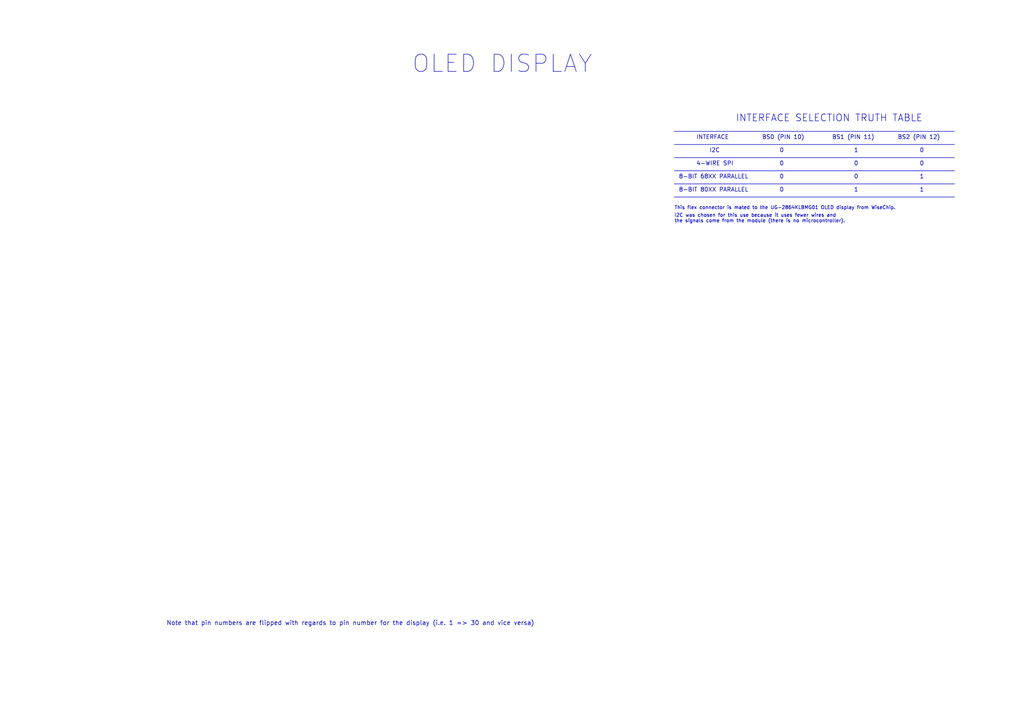
<source format=kicad_sch>
(kicad_sch (version 20230121) (generator eeschema)
  (paper "A4")
  (title_block (title "Open Source Educational Baseboard") (date "2020-06-30") (rev "1.1") (company "NVIDIA"))
  (lib_symbols)
  (polyline (pts (xy 195.58 49.53) (xy 276.86 49.53)) (stroke (width 0) (type solid)))
  (polyline (pts (xy 195.58 57.15) (xy 276.86 57.15)) (stroke (width 0) (type solid)))
  (polyline (pts (xy 195.58 45.72) (xy 276.86 45.72)) (stroke (width 0) (type solid)))
  (polyline (pts (xy 195.58 41.91) (xy 276.86 41.91)) (stroke (width 0) (type solid)))
  (polyline (pts (xy 195.58 53.34) (xy 276.86 53.34)) (stroke (width 0) (type solid)))
  (polyline (pts (xy 195.58 38.1) (xy 276.86 38.1)) (stroke (width 0) (type solid)))
  (text "0\n" (at 266.7 48.26 0) (effects (font (size 1.1938 1.1938)) (justify left bottom)))
  (text "1\n" (at 266.7 52.07 0) (effects (font (size 1.1938 1.1938)) (justify left bottom)))
  (text "INTERFACE" (at 201.93 40.64 0) (effects (font (size 1.1938 1.1938)) (justify left bottom)))
  (text "8-BIT 68XX PARALLEL\n" (at 196.85 52.07 0) (effects (font (size 1.1938 1.1938)) (justify left bottom)))
  (text "4-WIRE SPI" (at 201.93 48.26 0) (effects (font (size 1.1938 1.1938)) (justify left bottom)))
  (text "BS2 (PIN 12)" (at 260.35 40.64 0) (effects (font (size 1.1938 1.1938)) (justify left bottom)))
  (text "I2C was chosen for this use because it uses fewer wires and \nthe signals come from the module (there is no microcontroller)." (at 195.58 64.77 0) (effects (font (size 0.9906 0.9906)) (justify left bottom)))
  (text "0\n" (at 226.06 48.26 0) (effects (font (size 1.1938 1.1938)) (justify left bottom)))
  (text "Note that pin numbers are flipped with regards to pin number for the display (i.e. 1 => 30 and vice versa)" (at 48.26 181.61 0) (effects (font (size 1.27 1.27)) (justify left bottom)))
  (text "0\n" (at 266.7 44.45 0) (effects (font (size 1.1938 1.1938)) (justify left bottom)))
  (text "BS0 (PIN 10)" (at 220.98 40.64 0) (effects (font (size 1.1938 1.1938)) (justify left bottom)))
  (text "OLED DISPLAY" (at 119.38 21.59 0) (effects (font (size 5.0038 5.0038)) (justify left bottom)))
  (text "0\n" (at 226.06 52.07 0) (effects (font (size 1.1938 1.1938)) (justify left bottom)))
  (text "1\n" (at 247.65 44.45 0) (effects (font (size 1.1938 1.1938)) (justify left bottom)))
  (text "INTERFACE SELECTION TRUTH TABLE" (at 213.36 35.56 0) (effects (font (size 2.0066 2.0066)) (justify left bottom)))
  (text "BS1 (PIN 11)" (at 241.3 40.64 0) (effects (font (size 1.1938 1.1938)) (justify left bottom)))
  (text "0\n" (at 247.65 52.07 0) (effects (font (size 1.1938 1.1938)) (justify left bottom)))
  (text "I2C" (at 205.74 44.45 0) (effects (font (size 1.1938 1.1938)) (justify left bottom)))
  (text "1\n" (at 266.7 55.88 0) (effects (font (size 1.1938 1.1938)) (justify left bottom)))
  (text "0\n" (at 247.65 48.26 0) (effects (font (size 1.1938 1.1938)) (justify left bottom)))
  (text "8-BIT 80XX PARALLEL" (at 196.85 55.88 0) (effects (font (size 1.1938 1.1938)) (justify left bottom)))
  (text "0\n" (at 226.06 55.88 0) (effects (font (size 1.1938 1.1938)) (justify left bottom)))
  (text "0\n" (at 226.06 44.45 0) (effects (font (size 1.1938 1.1938)) (justify left bottom)))
  (text "This flex connector is mated to the UG-2864KLBMG01 OLED display from WiseChip." (at 195.58 60.96 0) (effects (font (size 0.9906 0.9906)) (justify left bottom)))
  (text "1\n" (at 247.65 55.88 0) (effects (font (size 1.1938 1.1938)) (justify left bottom)))
)
</source>
